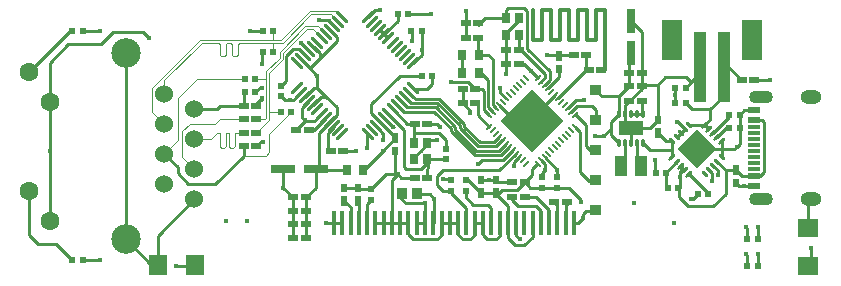
<source format=gtl>
G04 Layer: TopLayer*
G04 EasyEDA v6.5.42, 2024-04-05 21:14:17*
G04 bc7facbea1474263aa9722292a39cdb9,b9277fd2045942759ab1a28cc0c323af,10*
G04 Gerber Generator version 0.2*
G04 Scale: 100 percent, Rotated: No, Reflected: No *
G04 Dimensions in millimeters *
G04 leading zeros omitted , absolute positions ,4 integer and 5 decimal *
%FSLAX45Y45*%
%MOMM*%

%AMMACRO1*21,1,$1,$2,0,0,$3*%
%AMMACRO2*1,1,$1,$2,$3*1,1,$1,$4,$5*20,1,$1,$2,$3,$4,$5,0*%
%ADD10C,0.2540*%
%ADD11C,0.0900*%
%ADD12C,0.3500*%
%ADD13MACRO1,0.54X0.7901X-90.0000*%
%ADD14R,0.8000X0.8640*%
%ADD15R,0.3505X2.0000*%
%ADD16MACRO1,0.54X0.5656X90.0000*%
%ADD17MACRO1,0.54X0.7901X90.0000*%
%ADD18MACRO1,0.54X0.7901X0.0000*%
%ADD19R,0.5400X0.7901*%
%ADD20MACRO1,0.54X0.5656X0.0000*%
%ADD21R,0.5400X0.5657*%
%ADD22MACRO1,0.54X0.5656X-90.0000*%
%ADD23R,0.8000X2.0000*%
%ADD24R,2.0000X0.8000*%
%ADD25R,0.8000X0.9000*%
%ADD26MACRO1,1.728X1.485X90.0000*%
%ADD27MACRO1,1.728X1.485X0.0000*%
%ADD28R,1.7280X1.4850*%
%ADD29R,1.0000X6.0000*%
%ADD30R,1.8000X3.4000*%
%ADD31R,1.0000X1.7200*%
%ADD32MACRO2,0.27X-0.4349X0.4349X0.4349X-0.4349*%
%ADD33MACRO2,0.27X-0.4349X-0.4349X0.4349X0.4349*%
%ADD34MACRO1,0.2X0.665X-45.0000*%
%ADD35MACRO1,0.665X0.2X-45.0000*%
%ADD36MACRO1,0.665X0.2X-45.0015*%
%ADD37MACRO1,0.665X0.2X-44.9985*%
%ADD38MACRO1,0.2X0.665X-45.0051*%
%ADD39MACRO1,0.2X0.665X-44.9949*%
%ADD40MACRO1,3.8X3.8X-45.0000*%
%ADD41MACRO1,2.3X2.3X45.0000*%
%ADD42MACRO2,0.28X-0.1838X0.1838X0.1838X-0.1838*%
%ADD43MACRO2,0.28X-0.1838X-0.1838X0.1838X0.1838*%
%ADD44R,2.0000X1.2000*%
%ADD45O,0.2800096X0.7999984*%
%ADD46R,1.1000X0.5500*%
%ADD47R,1.1000X0.3000*%
%ADD48C,1.6000*%
%ADD49C,1.5240*%
%ADD50C,2.5000*%
%ADD51O,1.9999959999999999X1.0999978000000001*%
%ADD52O,1.7999964X1.1999976*%
%ADD53C,0.6096*%
%ADD54C,0.4500*%
%ADD55C,0.0150*%

%LPD*%
D10*
X4419269Y6989445D02*
G01*
X4488281Y7058456D01*
X4488281Y7105817D01*
X5202809Y7232497D02*
G01*
X5202809Y7247509D01*
X5312790Y7357490D01*
X5312790Y7372502D01*
X5609691Y5816600D02*
G01*
X5636257Y5790034D01*
X5636257Y5638800D01*
X7306282Y6033795D02*
G01*
X7354590Y6033795D01*
X7391400Y6070600D01*
X7391400Y6489700D01*
X7367290Y6513804D01*
X7306282Y6513804D01*
X5755792Y6580708D02*
G01*
X5804484Y6629400D01*
X5930900Y6629400D01*
X5969000Y6591300D01*
X5969000Y6515100D01*
X4064000Y5923381D02*
G01*
X4190949Y6050330D01*
X4287443Y6050330D01*
X3949700Y5934608D02*
G01*
X3960926Y5923381D01*
X4064000Y5923381D01*
X3835400Y5934608D02*
G01*
X3949700Y5934608D01*
X4064000Y5836818D02*
G01*
X4028440Y5801258D01*
X4028440Y5638800D01*
X3949700Y5825591D02*
G01*
X3957320Y5817971D01*
X3957320Y5638800D01*
X3835400Y5825591D02*
G01*
X3888740Y5772251D01*
X3888740Y5638800D01*
X3746500Y5638800D02*
G01*
X3683000Y5638800D01*
X3817620Y5638800D02*
G01*
X3746500Y5638800D01*
X4097020Y5638800D02*
G01*
X4376420Y5638800D01*
X4447540Y5638800D02*
G01*
X4518659Y5638800D01*
X5496559Y5638800D02*
G01*
X5496559Y5742939D01*
X5461000Y5778500D01*
X5308600Y5778500D01*
X5254091Y5833008D01*
X5254091Y5854700D01*
X5567679Y5638800D02*
G01*
X5567679Y5748020D01*
X5461000Y5854700D01*
X5363209Y5854700D01*
X5638800Y5938415D02*
G01*
X5732884Y5938415D01*
X5842000Y5829300D01*
X5842000Y5816600D01*
X5718708Y5816600D02*
G01*
X5718708Y5797445D01*
X5707385Y5786120D01*
X5707385Y5638800D01*
X5118100Y5889091D02*
G01*
X5118100Y5880100D01*
X5219700Y5778500D01*
X5217159Y5775960D01*
X5217159Y5638800D01*
X4991100Y5889091D02*
G01*
X5118100Y5889091D01*
X5118100Y5998108D02*
G01*
X5134508Y5981700D01*
X5254091Y5981700D01*
X5056723Y5998108D02*
G01*
X5118100Y5998108D01*
X4991100Y5998108D02*
G01*
X5056723Y5998108D01*
X4864100Y5913018D02*
G01*
X4864100Y5854700D01*
X4927600Y5791200D01*
X5054600Y5791200D01*
X5080000Y5765800D01*
X5077459Y5763260D01*
X5077459Y5638800D01*
X4737100Y5913018D02*
G01*
X4737100Y5892800D01*
X4866640Y5763260D01*
X4866640Y5638800D01*
X1338326Y6664960D02*
G01*
X1338326Y6989826D01*
X1498600Y7150100D01*
X1778000Y7150100D01*
X1879600Y7251700D01*
X2133600Y7251700D01*
X2184400Y7200900D01*
X5529503Y6806996D02*
G01*
X5575300Y6852793D01*
X5575300Y6921500D01*
X5384800Y7112000D01*
X5384800Y7429500D01*
X5359400Y7454900D01*
X5219700Y7454900D01*
X5202809Y7438009D01*
X5202809Y7372502D01*
X4373984Y7404100D02*
G01*
X4572000Y7404100D01*
X4965700Y6134100D02*
G01*
X5003800Y6172200D01*
X5177530Y6172200D01*
X5259735Y6254396D01*
X5363209Y5981700D02*
G01*
X5406390Y5938520D01*
X5511800Y5938520D01*
X4384040Y6741921D02*
G01*
X4436618Y6689344D01*
X4639056Y6689344D01*
X4851400Y6477000D01*
X4851400Y6449821D01*
X4980431Y6324600D01*
X5105400Y6324600D01*
X5146547Y6367526D01*
X5146598Y6637273D02*
G01*
X5281472Y6502400D01*
X5422900Y6502400D01*
X4427981Y6318504D02*
G01*
X4425695Y6477000D01*
X4425807Y6477000D02*
G01*
X4366031Y6477000D01*
X4242485Y6600545D01*
X4136390Y7272273D02*
G01*
X4171695Y7236968D01*
X4171695Y7236968D02*
G01*
X4207256Y7201662D01*
X4538218Y6178295D02*
G01*
X4538218Y6151118D01*
X4483100Y6096000D01*
X4356100Y6096000D01*
X4343400Y6108700D01*
X4343400Y6428994D01*
X4207256Y6565137D01*
X5901791Y6934200D02*
G01*
X5883808Y6952183D01*
X5883808Y7061200D01*
X4944008Y6654800D02*
G01*
X4965700Y6633108D01*
X4965700Y6548386D01*
X5061732Y6452362D01*
X5061711Y6552437D02*
G01*
X5016500Y6597650D01*
X5016500Y6756400D01*
X5003800Y6769100D01*
X4944109Y6769100D01*
X5090033Y6580708D02*
G01*
X5054600Y6616141D01*
X5054600Y6845300D01*
X4991100Y6908800D01*
X4972194Y6908800D01*
X5118303Y6609003D02*
G01*
X5092700Y6634606D01*
X5092700Y7023100D01*
X5054600Y7061200D01*
X4972210Y7061200D01*
X4832189Y6908800D02*
G01*
X4832205Y7061200D01*
X4972210Y7061200D02*
G01*
X4969408Y7064001D01*
X4969408Y7200900D01*
X5557776Y6778698D02*
G01*
X5651500Y6872424D01*
X5651500Y6943191D01*
X4171772Y7236942D02*
G01*
X4287418Y7352588D01*
X4287418Y7404100D01*
X3508908Y5511800D02*
G01*
X3508908Y5626100D01*
X3508908Y5626100D02*
G01*
X3508908Y5740400D01*
X3508908Y5740400D02*
G01*
X3508908Y5854700D01*
X3508908Y5854700D02*
G01*
X3591407Y5937199D01*
X3591407Y6096000D01*
X3591407Y6096000D02*
G01*
X3604107Y6083300D01*
X3854322Y6083300D01*
X3591306Y6096000D02*
G01*
X3619500Y6124194D01*
X3619500Y6401815D01*
X3712209Y6494526D01*
X3717391Y6248400D02*
G01*
X3695700Y6270091D01*
X3695700Y6400800D01*
X3747541Y6452641D01*
X3747541Y6459146D01*
X3534308Y6426200D02*
G01*
X3573170Y6426200D01*
X3676827Y6529857D01*
X3570731Y6636004D02*
G01*
X3640327Y6705600D01*
X3683000Y6705600D01*
X3771900Y6616700D01*
X3771900Y6553200D01*
X3712209Y6494526D01*
X3500043Y6706641D02*
G01*
X3575202Y6781800D01*
X3606800Y6781800D01*
X3683000Y6705600D01*
X3606800Y6883400D02*
G01*
X3606800Y6781800D01*
X3464681Y7024829D02*
G01*
X3606111Y6883400D01*
X3606800Y6883400D01*
X3632200Y7035800D02*
G01*
X3771900Y7175500D01*
X3771900Y7213600D01*
X3712209Y7272273D01*
X3464559Y7024878D02*
G01*
X3543300Y6946900D01*
X3632200Y7035800D01*
X3632200Y7073900D01*
X3575304Y7130795D01*
X3570731Y7130795D01*
X4538218Y6178295D02*
G01*
X4699000Y6179820D01*
X7781317Y5841286D02*
G01*
X7759700Y5819675D01*
X7759700Y5594857D01*
X6922442Y6434330D02*
G01*
X6887083Y6469682D01*
X6646677Y6363642D02*
G01*
X6682023Y6398971D01*
X6682023Y6398971D02*
G01*
X6717383Y6434353D01*
X6611317Y6193917D02*
G01*
X6611317Y6328282D01*
X7028482Y6328282D02*
G01*
X7028482Y6193917D01*
X6819900Y6261100D02*
G01*
X7028482Y6261100D01*
X6752716Y6469682D02*
G01*
X6887083Y6469682D01*
X6211056Y6558787D02*
G01*
X6211056Y6488937D01*
X6261100Y6438900D01*
X6261100Y6319012D02*
G01*
X6261100Y6438900D01*
X6331198Y6121400D02*
G01*
X6311143Y6141465D01*
X6311143Y6319012D01*
X6165601Y6121400D02*
G01*
X6211056Y6166865D01*
X6211056Y6319012D01*
X6361173Y6319012D02*
G01*
X6420754Y6259438D01*
X6611317Y6259438D01*
X6161026Y6319012D02*
G01*
X6096000Y6384038D01*
X6096000Y6493761D01*
X6161026Y6558787D01*
X6261100Y6558787D02*
G01*
X6311143Y6558787D01*
X6311143Y6558787D02*
G01*
X6361173Y6558787D01*
X6361173Y6558787D02*
G01*
X6353708Y6566253D01*
X6353708Y6667500D01*
X6211056Y6558787D02*
G01*
X6211056Y6633870D01*
X6244691Y6667500D01*
X6993148Y6363611D02*
G01*
X7068444Y6438900D01*
X7094115Y6438900D01*
X6957801Y6398971D02*
G01*
X7094118Y6535287D01*
X7094118Y6553200D01*
X6887083Y6469682D02*
G01*
X6934200Y6516799D01*
X6934200Y6604000D01*
X7046701Y6716496D01*
X7046701Y6958253D01*
X6636915Y6718726D02*
G01*
X6636915Y6781800D01*
X6636915Y6654800D02*
G01*
X6636915Y6718726D01*
X6934200Y6604000D02*
G01*
X6774284Y6604000D01*
X6723484Y6654800D01*
X6769524Y6827840D02*
G01*
X6846702Y6905017D01*
X6846702Y6958253D01*
X6723484Y6781800D02*
G01*
X6769524Y6827840D01*
X6586115Y5930900D02*
G01*
X6558384Y5958636D01*
X6558384Y6057900D01*
X6558384Y6057900D02*
G01*
X6558384Y6070264D01*
X6646677Y6158557D01*
X6672684Y6025779D02*
G01*
X6672684Y5930900D01*
X6682023Y6123203D02*
G01*
X6700527Y6104712D01*
X6672684Y6076868D01*
X6672684Y6025779D01*
X6993148Y6158588D02*
G01*
X7064735Y6087008D01*
X7150100Y6087008D01*
X7150100Y6087008D02*
G01*
X7203318Y6033795D01*
X7306282Y6033795D01*
X6946900Y5994400D02*
G01*
X6946900Y6063411D01*
X6922442Y6087869D01*
X6997700Y6045200D02*
G01*
X6997700Y6083300D01*
X6957801Y6123203D01*
X6672684Y5930900D02*
G01*
X6667500Y5925715D01*
X6667500Y5854700D01*
X6743700Y5778500D01*
X6959600Y5778500D01*
X7064735Y5883628D01*
X7064735Y6087008D01*
D11*
X3230981Y7264400D02*
G01*
X3227250Y7260668D01*
X3227250Y7188200D01*
X3230879Y7086600D02*
G01*
X3231895Y7162800D01*
D10*
X2565400Y6604000D02*
G01*
X2755900Y6604000D01*
X2781300Y6629400D01*
X2980690Y6629400D01*
X2992018Y6743700D02*
G01*
X2980791Y6732473D01*
X2980791Y6629400D01*
X2311400Y6222974D02*
G01*
X2425700Y6108674D01*
X2425700Y6057900D01*
X2514600Y5969000D01*
X2743200Y5969000D01*
X2980791Y6206591D01*
X2980791Y6286500D01*
X1981454Y7073900D02*
G01*
X1981454Y5499100D01*
X1981377Y5498998D02*
G01*
X2197176Y5283200D01*
X2253741Y5283200D01*
X2565400Y5841974D02*
G01*
X2253741Y5530316D01*
X2253741Y5283200D01*
X5642632Y6693867D02*
G01*
X5882965Y6934200D01*
X5901791Y6934200D01*
X3399891Y5854700D02*
G01*
X3399891Y5740400D01*
X3399891Y5740400D02*
G01*
X3399891Y5626100D01*
X3399891Y5626100D02*
G01*
X3399891Y5511800D01*
X3317392Y5937199D02*
G01*
X3317392Y5937199D01*
X3317392Y6096000D01*
X3399891Y5854700D02*
G01*
X3317392Y5937199D01*
X3500043Y7060158D02*
G01*
X3448202Y7112000D01*
X3403600Y7112000D01*
X3341090Y7049490D01*
X3341090Y6838772D01*
X3302000Y6799681D01*
X5363108Y5981700D02*
G01*
X5422900Y6041491D01*
X5422900Y6096000D01*
X5468137Y6141237D01*
X5472938Y6141237D01*
X5537200Y6083300D02*
G01*
X5537200Y6083300D01*
X5511800Y6057900D01*
X5511800Y6024981D01*
X5501208Y6169507D02*
G01*
X5537200Y6133515D01*
X5537200Y6083300D01*
X5638800Y6088506D02*
G01*
X5638800Y6088506D01*
X5638800Y6024981D01*
X5529503Y6197803D02*
G01*
X5638800Y6088506D01*
X4537709Y6019800D02*
G01*
X4538218Y6178295D01*
X4136443Y6494500D02*
G01*
X4267200Y6363741D01*
X4267200Y6353708D01*
D11*
X3078479Y6858000D02*
G01*
X3173984Y6858508D01*
X3296920Y6578600D02*
G01*
X3200400Y6576568D01*
X2311400Y6222974D02*
G01*
X2425700Y6337274D01*
X2425700Y6692900D01*
X2590800Y6858000D01*
X2992018Y6858000D01*
X3383381Y6578600D02*
G01*
X3200400Y6395618D01*
X3200400Y6235700D01*
X3171291Y6206591D01*
X2980791Y6206591D01*
D10*
X1338402Y6247262D02*
G01*
X1338402Y5653989D01*
X1338402Y6664985D02*
G01*
X1338402Y6247262D01*
X1168400Y6918985D02*
G01*
X1513814Y7264400D01*
X1531518Y7264400D01*
X7239000Y5600700D02*
G01*
X7246518Y5593181D01*
X7246518Y5499100D01*
X7239000Y5372100D02*
G01*
X7246518Y5364581D01*
X7246518Y5270500D01*
X7333081Y5270500D02*
G01*
X7340600Y5278018D01*
X7340600Y5372100D01*
X7333081Y5499100D02*
G01*
X7340600Y5506618D01*
X7340600Y5600700D01*
X6717385Y6434353D02*
G01*
X6662038Y6489700D01*
X6654800Y6489700D01*
X5312918Y7232395D02*
G01*
X5312409Y7099300D01*
X5411274Y6925251D02*
G01*
X5472938Y6863587D01*
X5312409Y6985000D02*
G01*
X5351525Y6985000D01*
X5411274Y6925251D01*
X5312409Y7099300D02*
G01*
X5334000Y7099300D01*
X5537200Y6896100D01*
X5537200Y6870700D01*
X5501131Y6835139D01*
X4969408Y7315200D02*
G01*
X5026710Y7372502D01*
X5202809Y7372502D01*
X4313174Y6671310D02*
G01*
X4367784Y6616700D01*
X4610100Y6616700D01*
X4775200Y6451600D01*
X4775200Y6426200D01*
X4953000Y6248400D01*
X5140706Y6248400D01*
X5203190Y6310884D01*
X4348479Y6706615D02*
G01*
X4400295Y6654800D01*
X4622800Y6654800D01*
X4813300Y6464300D01*
X4813300Y6438900D01*
X4965700Y6286500D01*
X5118100Y6286500D01*
X5170931Y6339331D01*
X5174995Y6339331D01*
X5651500Y7052208D02*
G01*
X5660491Y7061200D01*
X5774791Y7061200D01*
X5651500Y7052208D02*
G01*
X5642508Y7061200D01*
X5549900Y7061200D01*
X3747541Y7307656D02*
G01*
X3701897Y7353300D01*
X3619500Y7353300D01*
X3535400Y7095543D02*
G01*
X3468141Y7162800D01*
X3467100Y7162800D01*
X3371283Y6680200D02*
G01*
X3403600Y6680200D01*
X3464559Y6741921D01*
X3302000Y6713220D02*
G01*
X3335020Y6680200D01*
X3371283Y6680200D01*
X3089808Y6629400D02*
G01*
X3089808Y6645808D01*
X3136900Y6692900D01*
X3136900Y6680200D01*
X7180681Y6553200D02*
G01*
X7180684Y6553197D01*
X7180684Y6438900D01*
X7180681Y6553200D02*
G01*
X7221268Y6593786D01*
X7306282Y6593786D01*
X7215535Y5953785D02*
G01*
X7306284Y5953785D01*
X7150100Y5977991D02*
G01*
X7174306Y5953785D01*
X7215535Y5953785D01*
X6827418Y5880100D02*
G01*
X6789318Y5842000D01*
X6769100Y5842000D01*
X6752716Y6052515D02*
G01*
X6913981Y5891250D01*
X6913981Y5880100D01*
X7161253Y6284953D02*
G01*
X7180681Y6304381D01*
X7180681Y6438900D01*
X7028482Y6257871D02*
G01*
X7031710Y6261100D01*
X7137400Y6261100D01*
X7161253Y6284953D01*
X6489700Y6506108D02*
G01*
X6489700Y6807200D01*
X6553200Y6870700D01*
X6731000Y6870700D01*
X6769524Y6832175D01*
X6769524Y6827840D01*
X6261100Y6438900D02*
G01*
X6422491Y6438900D01*
X6489700Y6506108D01*
X6489700Y6397091D02*
G01*
X6558508Y6328282D01*
X6611315Y6328282D01*
X5511800Y5938418D02*
G01*
X5638800Y5938418D01*
X6096000Y6441727D02*
G01*
X6029672Y6375400D01*
X6029672Y6375400D02*
G01*
X6029672Y6375400D01*
X5956300Y6375400D01*
X4426717Y6406250D02*
G01*
X4432167Y6400800D01*
X4635500Y6400800D01*
X4699000Y6337300D01*
X4699000Y6266281D01*
X4428109Y6178397D02*
G01*
X4428109Y6193409D01*
X4483100Y6248400D01*
X4483100Y6248400D02*
G01*
X4538090Y6303390D01*
X4538090Y6318402D01*
X4287456Y6050343D02*
G01*
X4318000Y6019800D01*
X4428591Y6019800D01*
X4267200Y6244691D02*
G01*
X4267200Y6070600D01*
X4287456Y6050343D01*
X4171772Y6529857D02*
G01*
X4250029Y6451600D01*
X4254500Y6451600D01*
X4538090Y6318404D02*
G01*
X4556986Y6337300D01*
X4622800Y6337300D01*
X4537709Y6477000D02*
G01*
X4622800Y6477000D01*
X4648200Y6451600D01*
X4834991Y6654800D02*
G01*
X4834991Y6769100D01*
X4834991Y6654800D02*
G01*
X4902200Y6587591D01*
X4902200Y6565900D01*
X3144415Y7264400D02*
G01*
X3035300Y7264400D01*
X3078581Y6743700D02*
G01*
X3116681Y6781800D01*
X3136900Y6781800D01*
X3089808Y6286500D02*
G01*
X3127908Y6324600D01*
X3149600Y6324600D01*
X3425190Y6426200D02*
G01*
X3501390Y6502400D01*
X3578606Y6502400D01*
X3641343Y6565137D01*
X3535400Y6671259D02*
G01*
X3479800Y6615658D01*
X3479800Y6527800D01*
X3501390Y6506210D01*
X3501390Y6502400D01*
X4030370Y7378369D02*
G01*
X4094200Y7442200D01*
X4140200Y7442200D01*
X4401718Y7264400D02*
G01*
X4406900Y7259218D01*
X4406900Y7175500D01*
X5203291Y6985000D02*
G01*
X5203291Y7099300D01*
X5203190Y7099300D02*
G01*
X5202681Y7232395D01*
X4860391Y7200900D02*
G01*
X4860391Y7315200D01*
X4860391Y7315200D02*
G01*
X4864100Y7318908D01*
X4864100Y7429500D01*
X5203291Y6985000D02*
G01*
X5207000Y6981291D01*
X5207000Y6896100D01*
X6244691Y6667500D02*
G01*
X6353708Y6776516D01*
X6353708Y6794500D01*
X6353708Y6794500D02*
G01*
X6353708Y6908800D01*
X6261100Y7350607D02*
G01*
X6353708Y7257999D01*
X6353708Y6908800D01*
X6353708Y6794500D02*
G01*
X6366408Y6807200D01*
X6489700Y6807200D01*
X6261100Y7076592D02*
G01*
X6244691Y7060184D01*
X6244691Y6908800D01*
X6244691Y6908800D02*
G01*
X6244691Y6794500D01*
X6244691Y6794500D02*
G01*
X6161024Y6710832D01*
X6161024Y6558787D01*
X7197191Y6845300D02*
G01*
X7084237Y6958253D01*
X7046696Y6958253D01*
X7306208Y6845300D02*
G01*
X7442200Y6845300D01*
X7759700Y5276342D02*
G01*
X7785100Y5301742D01*
X7785100Y5422900D01*
X4162463Y6248976D02*
G01*
X3996786Y6083300D01*
X3994302Y6083300D01*
X4267200Y6353708D02*
G01*
X4162465Y6248974D01*
X3826408Y6248400D02*
G01*
X3937000Y6248400D01*
X4419269Y6777329D02*
G01*
X4427499Y6769100D01*
X4533900Y6769100D01*
X4577181Y6812381D01*
X4577181Y6883400D01*
X4490720Y6883400D02*
G01*
X4305300Y6883400D01*
X4064000Y6642100D01*
X4064000Y6565900D01*
X4136390Y6494526D01*
X4944008Y6769100D02*
G01*
X4880508Y6832600D01*
X4737100Y6832600D01*
X4101058Y6459146D02*
G01*
X4165600Y6394604D01*
X4165600Y6337300D01*
X1765300Y7264400D02*
G01*
X1618081Y7264400D01*
X1765300Y5321300D02*
G01*
X1618081Y5321300D01*
X5727501Y6609003D02*
G01*
X5798698Y6680200D01*
X5867400Y6680200D01*
X6471815Y6057900D02*
G01*
X6464300Y6065415D01*
X6464300Y6172200D01*
X5614365Y6722135D02*
G01*
X5465318Y6573088D01*
X5422900Y6573088D01*
X5203164Y6693865D02*
G01*
X5156200Y6740829D01*
X5156200Y6781800D01*
X2572258Y5283200D02*
G01*
X2559558Y5270500D01*
X2413000Y5270500D01*
X1168400Y5908039D02*
G01*
X1168400Y5537200D01*
X1244600Y5461000D01*
X1391920Y5461000D01*
X1531620Y5321300D01*
X4277868Y6636004D02*
G01*
X4335272Y6578600D01*
X4597400Y6578600D01*
X4737100Y6438900D01*
X4737100Y6413500D01*
X4940300Y6210300D01*
X5158993Y6210300D01*
X5231384Y6282689D01*
X4030472Y6388354D02*
G01*
X4025900Y6388354D01*
X4025900Y6273800D01*
D11*
X2311400Y6477000D02*
G01*
X2209800Y6578600D01*
X2209800Y6781800D01*
X2616200Y7188200D01*
X3302000Y7188200D01*
X3543300Y7429500D01*
X3759200Y7429500D01*
X3810254Y7378445D01*
X3818127Y7378445D01*
X2768345Y7162800D02*
G01*
X2781300Y7149845D01*
X2781300Y7061200D01*
X2794000Y7048500D01*
X2819400Y7048500D01*
X2832100Y7064247D01*
X2832100Y7150100D01*
X2844800Y7162800D01*
X2870200Y7162800D01*
X2882900Y7150100D01*
X2882900Y7063486D01*
X2895600Y7048500D01*
X2921000Y7048500D01*
X2933700Y7063231D01*
X2933700Y7150100D01*
X2947415Y7162800D01*
X2311400Y6731000D02*
G01*
X2311400Y6845300D01*
X2628900Y7162800D01*
X2768351Y7162800D01*
X2947415Y7162800D02*
G01*
X3314700Y7162800D01*
X3556000Y7404100D01*
X3721100Y7404100D01*
X3782827Y7342888D01*
X2565400Y6096000D02*
G01*
X2463800Y6197600D01*
X2463800Y6413500D01*
X2527300Y6477000D01*
X2743200Y6477000D01*
X2781300Y6515100D01*
X2980690Y6515100D01*
X2565400Y6350000D02*
G01*
X2705100Y6350000D01*
X2755900Y6400800D01*
X2781300Y6400800D01*
X2781300Y6388862D01*
X2781300Y6287262D01*
X2794000Y6273800D01*
X2819400Y6273800D01*
X2832100Y6286500D01*
X2832100Y6400800D01*
X2857754Y6400800D01*
X2857500Y6286500D01*
X2870200Y6273800D01*
X2895600Y6273800D01*
X2908300Y6286500D01*
X2908300Y6400800D01*
X2980690Y6400800D01*
X3089909Y6400800D02*
G01*
X3200400Y6511289D01*
X3200400Y6908800D01*
X3314700Y7023100D01*
X3314700Y7073900D01*
X3517900Y7277100D01*
X3568700Y7277100D01*
X3641343Y7204455D01*
X3641343Y7201662D01*
X3676904Y7236968D02*
G01*
X3611372Y7302500D01*
X3505200Y7302500D01*
X3289300Y7086600D01*
X3289300Y7035800D01*
X3175000Y6921500D01*
X3175000Y6527800D01*
X3162300Y6515100D01*
X3089909Y6515100D01*
D10*
X4236720Y5638800D02*
G01*
X4236720Y5999606D01*
X4287443Y6050330D01*
X4658359Y5638800D02*
G01*
X4798059Y5638800D01*
X4937759Y5638800D02*
G01*
X5006340Y5638800D01*
X5778500Y5638800D02*
G01*
X5816600Y5638800D01*
X5854700Y5676900D01*
X5217159Y5638800D02*
G01*
X5217159Y5514339D01*
X5283200Y5448300D01*
X5359400Y5448300D01*
X5427979Y5516879D01*
X5427979Y5638800D01*
X5288285Y5638800D02*
G01*
X5288285Y5532114D01*
X5321300Y5499100D01*
X4518657Y5638800D02*
G01*
X4521200Y5641342D01*
X4521200Y5803900D01*
X4864100Y5999479D02*
G01*
X4880609Y5999479D01*
X4991100Y5888989D01*
X5118100Y5889091D02*
G01*
X5139791Y5889091D01*
X5168900Y5918200D01*
X5299608Y5918200D01*
X5363108Y5981700D01*
X5288025Y6226047D02*
G01*
X5145277Y6083300D01*
X4673600Y6083300D01*
X4622800Y6032500D01*
X4622800Y5956300D01*
X4665979Y5913120D01*
X4737100Y5913120D01*
X4587240Y5638800D02*
G01*
X4597400Y5638800D01*
X4597400Y5842000D01*
X4737100Y5999584D02*
G01*
X4729584Y6007100D01*
X4673600Y6007100D01*
X6161024Y6710832D02*
G01*
X6014567Y6710832D01*
X5969000Y6756400D01*
X4658359Y5638800D02*
G01*
X4658359Y5534660D01*
X4622800Y5499100D01*
X4419600Y5499100D01*
X4376420Y5542279D01*
X4376420Y5638800D01*
X4937759Y5638800D02*
G01*
X4937759Y5534660D01*
X4902200Y5499100D01*
X4838700Y5499100D01*
X4798059Y5539739D01*
X4798059Y5638800D01*
X5148579Y5638800D02*
G01*
X5148579Y5529579D01*
X5118100Y5499100D01*
X5041900Y5499100D01*
X5006340Y5534660D01*
X5006340Y5638800D01*
X5854700Y5676900D02*
G01*
X5854700Y5715000D01*
X5880100Y5740400D01*
X5930900Y5740400D01*
X5969000Y5753100D01*
X4597400Y5842000D02*
G01*
X4559300Y5880100D01*
X4445000Y5880100D01*
X4521200Y5803900D02*
G01*
X4356100Y5803900D01*
X4318000Y5842000D01*
X4318000Y5880100D01*
X5784037Y6552437D02*
G01*
X5791961Y6552437D01*
X5880100Y6464300D01*
X5880100Y6286500D01*
X5912611Y6253987D01*
X5961888Y6253987D01*
X5969000Y6261100D01*
X5784088Y6452362D02*
G01*
X5829300Y6407150D01*
X5829300Y6070600D01*
X5905500Y5994400D01*
X5969000Y5994400D01*
X3136900Y6985000D02*
G01*
X3136900Y7086600D01*
X3144520Y7086600D01*
D12*
X5435600Y7442200D02*
G01*
X5435600Y7188200D01*
X5511800Y7188200D01*
X5511800Y7442200D01*
X5588000Y7442200D01*
X5588000Y7188200D01*
X5664200Y7188200D01*
X5664200Y7442200D01*
X5740400Y7442200D01*
X5740400Y7188200D01*
X5816600Y7188200D01*
X5816600Y7442200D01*
X5892800Y7442200D01*
X5892800Y7188200D01*
X5969000Y7188200D01*
X5969000Y7442200D01*
X6045200Y7442200D01*
X6045200Y6934200D01*
X6010909Y6934200D01*
D10*
X5316296Y6197803D02*
G01*
X5270500Y6152006D01*
X5270500Y6121400D01*
X4488281Y7105817D02*
G01*
X4488281Y7264400D01*
D13*
G01*
X4860394Y7327900D03*
G01*
X4969405Y7327900D03*
G01*
X5203294Y7099300D03*
G01*
X5312305Y7099300D03*
D14*
G01*
X3994302Y6083274D03*
G01*
X3854297Y6083274D03*
D15*
G01*
X5778500Y5638800D03*
G01*
X5707379Y5638800D03*
G01*
X5636259Y5638800D03*
G01*
X5567679Y5638800D03*
G01*
X5496559Y5638800D03*
G01*
X5427979Y5638800D03*
G01*
X5356859Y5638800D03*
G01*
X5288279Y5638800D03*
G01*
X5217159Y5638800D03*
G01*
X5148579Y5638800D03*
G01*
X5077459Y5638800D03*
G01*
X5006340Y5638800D03*
G01*
X4937759Y5638800D03*
G01*
X4866640Y5638800D03*
G01*
X4798059Y5638800D03*
G01*
X4726940Y5638800D03*
G01*
X4658359Y5638800D03*
G01*
X4587240Y5638800D03*
G01*
X4518659Y5638800D03*
G01*
X4447540Y5638800D03*
G01*
X4376420Y5638800D03*
G01*
X4307840Y5638800D03*
G01*
X4236720Y5638800D03*
G01*
X4168140Y5638800D03*
G01*
X4097020Y5638800D03*
G01*
X4028440Y5638800D03*
G01*
X3957320Y5638800D03*
G01*
X3888740Y5638800D03*
G01*
X3817620Y5638800D03*
G01*
X3746500Y5638800D03*
D16*
G01*
X6659982Y5930900D03*
G01*
X6573417Y5930900D03*
D17*
G01*
X5718705Y5816600D03*
G01*
X5609694Y5816600D03*
D13*
G01*
X5254094Y5854700D03*
G01*
X5363105Y5854700D03*
D18*
G01*
X5118100Y5889094D03*
D19*
G01*
X5118100Y5998108D03*
D18*
G01*
X4991100Y5889094D03*
D19*
G01*
X4991100Y5998108D03*
D18*
G01*
X3949700Y5825594D03*
D19*
G01*
X3949700Y5934608D03*
D18*
G01*
X3835400Y5825594D03*
D19*
G01*
X3835400Y5934608D03*
D18*
G01*
X4267200Y6353705D03*
D19*
G01*
X4267200Y6244691D03*
D13*
G01*
X3425294Y6426200D03*
G01*
X3534305Y6426200D03*
D17*
G01*
X3826405Y6248400D03*
G01*
X3717394Y6248400D03*
G01*
X4537605Y6019800D03*
G01*
X4428594Y6019800D03*
D13*
G01*
X4428594Y6477000D03*
G01*
X4537605Y6477000D03*
G01*
X3399894Y5854700D03*
G01*
X3508905Y5854700D03*
G01*
X3399894Y5740400D03*
G01*
X3508905Y5740400D03*
G01*
X3399894Y5626100D03*
G01*
X3508905Y5626100D03*
G01*
X3399894Y5511800D03*
G01*
X3508905Y5511800D03*
D17*
G01*
X3089805Y6400800D03*
G01*
X2980794Y6400800D03*
G01*
X3089805Y6515100D03*
G01*
X2980794Y6515100D03*
D13*
G01*
X2980794Y6286500D03*
G01*
X3089805Y6286500D03*
D17*
G01*
X5363105Y5981700D03*
G01*
X5254094Y5981700D03*
D13*
G01*
X5203294Y6985000D03*
G01*
X5312305Y6985000D03*
D17*
G01*
X4944005Y6654800D03*
G01*
X4834994Y6654800D03*
G01*
X4944005Y6769100D03*
G01*
X4834994Y6769100D03*
G01*
X4969405Y7200900D03*
G01*
X4860394Y7200900D03*
G01*
X5883805Y7061200D03*
G01*
X5774794Y7061200D03*
D18*
G01*
X5651500Y7052205D03*
D19*
G01*
X5651500Y6943191D03*
D18*
G01*
X7150100Y6087005D03*
D19*
G01*
X7150100Y5977991D03*
D13*
G01*
X7197194Y6845300D03*
G01*
X7306205Y6845300D03*
D18*
G01*
X6489700Y6397094D03*
D19*
G01*
X6489700Y6506108D03*
D17*
G01*
X6353705Y6667500D03*
G01*
X6244694Y6667500D03*
D13*
G01*
X6244694Y6794500D03*
G01*
X6353705Y6794500D03*
G01*
X6244694Y6908800D03*
G01*
X6353705Y6908800D03*
G01*
X2980794Y6629400D03*
G01*
X3089805Y6629400D03*
D20*
G01*
X4864100Y5913017D03*
D21*
G01*
X4864100Y5999581D03*
D20*
G01*
X4737100Y5913017D03*
D21*
G01*
X4737100Y5999581D03*
D20*
G01*
X4064000Y5836817D03*
D21*
G01*
X4064000Y5923381D03*
D22*
G01*
X1531517Y7264400D03*
G01*
X1618082Y7264400D03*
D16*
G01*
X1618082Y5321300D03*
G01*
X1531517Y5321300D03*
G01*
X4373982Y7404100D03*
G01*
X4287417Y7404100D03*
D22*
G01*
X4490617Y6883400D03*
G01*
X4577182Y6883400D03*
D20*
G01*
X4699000Y6266282D03*
D21*
G01*
X4699000Y6179718D03*
D20*
G01*
X3302000Y6799682D03*
D21*
G01*
X3302000Y6713118D03*
D16*
G01*
X3230982Y7086600D03*
G01*
X3144417Y7086600D03*
G01*
X3230982Y7264400D03*
G01*
X3144417Y7264400D03*
G01*
X3078582Y6858000D03*
G01*
X2992017Y6858000D03*
D22*
G01*
X3296817Y6578600D03*
G01*
X3383382Y6578600D03*
D20*
G01*
X5511800Y5938417D03*
D21*
G01*
X5511800Y6024981D03*
D16*
G01*
X7180682Y6438900D03*
G01*
X7094117Y6438900D03*
G01*
X6913982Y5880100D03*
G01*
X6827417Y5880100D03*
G01*
X6723482Y6654800D03*
G01*
X6636917Y6654800D03*
G01*
X7180682Y6553200D03*
G01*
X7094117Y6553200D03*
D22*
G01*
X7246517Y5270500D03*
G01*
X7333082Y5270500D03*
G01*
X6636917Y6781800D03*
G01*
X6723482Y6781800D03*
D16*
G01*
X6558382Y6057900D03*
G01*
X6471817Y6057900D03*
D20*
G01*
X5638800Y5938417D03*
D21*
G01*
X5638800Y6024981D03*
D22*
G01*
X7246517Y5499100D03*
G01*
X7333082Y5499100D03*
G01*
X2992017Y6743700D03*
G01*
X3078582Y6743700D03*
D17*
G01*
X6010805Y6934200D03*
G01*
X5901794Y6934200D03*
D16*
G01*
X4488282Y7264400D03*
G01*
X4401717Y7264400D03*
D23*
G01*
X6261100Y7076592D03*
G01*
X6261100Y7350607D03*
D24*
G01*
X3591407Y6096000D03*
G01*
X3317392Y6096000D03*
D25*
G01*
X5202809Y7232497D03*
G01*
X5312790Y7232497D03*
G01*
X5312790Y7372502D03*
G01*
X5202809Y7372502D03*
D26*
G01*
X2572250Y5283200D03*
G01*
X2253749Y5283200D03*
D27*
G01*
X7759700Y5276349D03*
D28*
G01*
X7759700Y5594857D03*
D29*
G01*
X7046696Y6958253D03*
G01*
X6846697Y6958253D03*
D30*
G01*
X7281900Y7189546D03*
G01*
X6611899Y7189546D03*
D14*
G01*
X4972202Y6908774D03*
G01*
X4832197Y6908774D03*
G01*
X4832197Y7061200D03*
G01*
X4972202Y7061200D03*
D31*
G01*
X6178295Y6121400D03*
G01*
X6343904Y6121400D03*
D32*
G01*
X3818229Y7378369D03*
G01*
X3782872Y7343013D03*
G01*
X3747541Y7307656D03*
G01*
X3712159Y7272299D03*
G01*
X3676827Y7236942D03*
G01*
X3641445Y7201585D03*
G01*
X3606114Y7166228D03*
G01*
X3570757Y7130872D03*
G01*
X3535400Y7095540D03*
G01*
X3500043Y7060158D03*
G01*
X3464687Y7024827D03*
G01*
X3429330Y6989444D03*
D33*
G01*
X3429330Y6777329D03*
G01*
X3464687Y6741972D03*
G01*
X3500043Y6706641D03*
G01*
X3535400Y6671259D03*
G01*
X3570757Y6635927D03*
G01*
X3606114Y6600545D03*
G01*
X3641445Y6565214D03*
G01*
X3676827Y6529857D03*
G01*
X3712159Y6494500D03*
G01*
X3747541Y6459143D03*
G01*
X3782872Y6423787D03*
G01*
X3818229Y6388430D03*
D32*
G01*
X4030370Y6388430D03*
G01*
X4065727Y6423787D03*
G01*
X4101058Y6459143D03*
G01*
X4136440Y6494500D03*
G01*
X4171772Y6529857D03*
G01*
X4207154Y6565214D03*
G01*
X4242485Y6600545D03*
G01*
X4277842Y6635927D03*
G01*
X4313199Y6671259D03*
G01*
X4348556Y6706641D03*
G01*
X4383912Y6741972D03*
G01*
X4419269Y6777329D03*
D33*
G01*
X4419269Y6989444D03*
G01*
X4383912Y7024827D03*
G01*
X4348556Y7060158D03*
G01*
X4313199Y7095540D03*
G01*
X4277842Y7130872D03*
G01*
X4242485Y7166228D03*
G01*
X4207154Y7201585D03*
G01*
X4171772Y7236942D03*
G01*
X4136440Y7272299D03*
G01*
X4101058Y7307656D03*
G01*
X4065727Y7343013D03*
G01*
X4030370Y7378369D03*
D34*
G01*
X5061748Y6452360D03*
G01*
X5090019Y6424091D03*
G01*
X5118307Y6395803D03*
G01*
X5146594Y6367515D03*
G01*
X5174882Y6339227D03*
G01*
X5203170Y6310939D03*
G01*
X5231441Y6282669D03*
G01*
X5259726Y6254382D03*
G01*
X5288014Y6226094D03*
G01*
X5316302Y6197807D03*
G01*
X5344590Y6169519D03*
G01*
X5372860Y6141248D03*
D35*
G01*
X5472939Y6141248D03*
D36*
G01*
X5501209Y6169519D03*
G01*
X5529497Y6197807D03*
G01*
X5557785Y6226094D03*
G01*
X5586073Y6254382D03*
D37*
G01*
X5614358Y6282669D03*
G01*
X5642629Y6310939D03*
D35*
G01*
X5670917Y6339227D03*
G01*
X5699205Y6367515D03*
G01*
X5727492Y6395803D03*
G01*
X5755780Y6424091D03*
G01*
X5784051Y6452360D03*
D34*
G01*
X5784048Y6552436D03*
G01*
X5755778Y6580706D03*
G01*
X5727490Y6608994D03*
G01*
X5699202Y6637282D03*
D38*
G01*
X5670917Y6665570D03*
D34*
G01*
X5642629Y6693857D03*
G01*
X5614358Y6722127D03*
D39*
G01*
X5586070Y6750415D03*
D34*
G01*
X5557782Y6778703D03*
G01*
X5529494Y6806991D03*
G01*
X5501206Y6835279D03*
G01*
X5472936Y6863548D03*
D35*
G01*
X5372863Y6863548D03*
G01*
X5344593Y6835279D03*
G01*
X5316305Y6806991D03*
G01*
X5288017Y6778703D03*
D37*
G01*
X5259729Y6750415D03*
G01*
X5231441Y6722127D03*
G01*
X5203170Y6693857D03*
D35*
G01*
X5174882Y6665570D03*
D36*
G01*
X5146597Y6637282D03*
G01*
X5118309Y6608994D03*
G01*
X5090021Y6580706D03*
D35*
G01*
X5061751Y6552436D03*
D40*
G01*
X5422900Y6502400D03*
D41*
G01*
X6819900Y6261100D03*
D42*
G01*
X6611315Y6328283D03*
G01*
X6646671Y6363639D03*
G01*
X6682028Y6398971D03*
G01*
X6717385Y6434353D03*
G01*
X6752717Y6469684D03*
D43*
G01*
X6887083Y6469684D03*
G01*
X6922439Y6434327D03*
G01*
X6957796Y6398971D03*
G01*
X6993153Y6363614D03*
G01*
X7028484Y6328283D03*
D42*
G01*
X7028484Y6193916D03*
G01*
X6993153Y6158585D03*
G01*
X6957796Y6123203D03*
G01*
X6922439Y6087872D03*
G01*
X6887083Y6052515D03*
D43*
G01*
X6752717Y6052515D03*
G01*
X6717385Y6087846D03*
G01*
X6682028Y6123203D03*
G01*
X6646671Y6158560D03*
G01*
X6611315Y6193916D03*
D44*
G01*
X6261100Y6438900D03*
D45*
G01*
X6161024Y6558787D03*
G01*
X6211061Y6558787D03*
G01*
X6261100Y6558787D03*
G01*
X6311138Y6558787D03*
G01*
X6361175Y6558787D03*
G01*
X6361175Y6319012D03*
G01*
X6311138Y6319012D03*
G01*
X6261100Y6319012D03*
G01*
X6211061Y6319012D03*
G01*
X6161024Y6319012D03*
D46*
G01*
X7306284Y5953785D03*
G01*
X7306284Y6033795D03*
D47*
G01*
X7306284Y6098794D03*
G01*
X7306284Y6148806D03*
G01*
X7306284Y6198793D03*
G01*
X7306284Y6248780D03*
G01*
X7306284Y6298793D03*
G01*
X7306284Y6348780D03*
G01*
X7306284Y6398793D03*
G01*
X7306284Y6448805D03*
D46*
G01*
X7306284Y6513804D03*
G01*
X7306284Y6593789D03*
D25*
G01*
X4538090Y6318402D03*
G01*
X4428109Y6318402D03*
G01*
X4428109Y6178397D03*
G01*
X4538090Y6178397D03*
G36*
X5918200Y6807200D02*
G01*
X6007100Y6807200D01*
X6007100Y6718300D01*
X5918200Y6718300D01*
G37*
G36*
X5918200Y6553200D02*
G01*
X6007100Y6553200D01*
X6007100Y6464300D01*
X5918200Y6464300D01*
G37*
G36*
X5918200Y6299200D02*
G01*
X6007100Y6299200D01*
X6007100Y6210300D01*
X5918200Y6210300D01*
G37*
G36*
X5918200Y6045200D02*
G01*
X6007100Y6045200D01*
X6007100Y5956300D01*
X5918200Y5956300D01*
G37*
G36*
X5918200Y5791200D02*
G01*
X6007100Y5791200D01*
X6007100Y5702300D01*
X5918200Y5702300D01*
G37*
G36*
X4279900Y5930900D02*
G01*
X4368800Y5930900D01*
X4368800Y5842000D01*
X4279900Y5842000D01*
G37*
G36*
X4406900Y5930900D02*
G01*
X4495800Y5930900D01*
X4495800Y5842000D01*
X4406900Y5842000D01*
G37*
D48*
G01*
X1168400Y5907989D03*
G01*
X1338402Y5653989D03*
G01*
X1168400Y6918985D03*
G01*
X1338402Y6664985D03*
D49*
G01*
X2311400Y6730974D03*
G01*
X2565400Y6603974D03*
G01*
X2311400Y6476974D03*
G01*
X2565400Y6349974D03*
G01*
X2311400Y6222974D03*
G01*
X2565400Y6095974D03*
G01*
X2311400Y5968974D03*
G01*
X2565400Y5841974D03*
D50*
G01*
X1981403Y7074001D03*
G01*
X1981377Y5498998D03*
D51*
G01*
X7361300Y5841288D03*
G01*
X7361300Y6706285D03*
D52*
G01*
X7781315Y5841288D03*
G01*
X7781315Y6706285D03*
D53*
G01*
X5422900Y6573088D03*
G01*
X5493613Y6502374D03*
G01*
X5352186Y6502374D03*
G01*
X5422900Y6431661D03*
D54*
G01*
X6946900Y5994400D03*
G01*
X6997700Y6045200D03*
G01*
X7239000Y5600700D03*
G01*
X7239000Y5372100D03*
G01*
X7340600Y5600700D03*
G01*
X7340600Y5372100D03*
G01*
X6654800Y6489700D03*
G01*
X6672681Y6025769D03*
G01*
X5537200Y6083300D03*
G01*
X5638800Y6088506D03*
G01*
X5549900Y7061200D03*
G01*
X3619500Y7353300D03*
G01*
X3467100Y7162800D03*
G01*
X3371291Y6680200D03*
G01*
X3136900Y6692900D03*
G01*
X6769100Y5842000D03*
G01*
X7161250Y6284950D03*
G01*
X6769531Y6827850D03*
G01*
X4250029Y6451600D03*
G01*
X4622800Y6337300D03*
G01*
X4648200Y6451600D03*
G01*
X4902200Y6565900D03*
G01*
X3317392Y5937199D03*
G01*
X3606800Y6883400D03*
G01*
X3136900Y6985000D03*
G01*
X3035300Y7264400D03*
G01*
X3136900Y6781800D03*
G01*
X3149600Y6324600D03*
G01*
X3501390Y6506210D03*
G01*
X4140200Y7442200D03*
G01*
X4406900Y7175500D03*
G01*
X4864100Y7429500D03*
G01*
X5207000Y6896100D03*
G01*
X7442200Y6845300D03*
G01*
X7215530Y5953785D03*
G01*
X7785100Y5422900D03*
G01*
X4162475Y6248984D03*
G01*
X3937000Y6248400D03*
G01*
X1338402Y6247256D03*
G01*
X4287443Y6050330D03*
G01*
X4025900Y6273800D03*
G01*
X4165600Y6337300D03*
G01*
X1765300Y7264400D03*
G01*
X1765300Y5321300D03*
G01*
X6629400Y5638800D03*
G01*
X5867400Y6680200D03*
G01*
X6464300Y6172200D03*
G01*
X5156200Y6781800D03*
G01*
X5411266Y6925259D03*
G01*
X2413000Y5270500D03*
G01*
X6636918Y6718731D03*
G01*
X4965700Y6134100D03*
G01*
X4737100Y6832600D03*
G01*
X5956300Y6375400D03*
G01*
X5842000Y5816600D03*
G01*
X4572000Y7404100D03*
G01*
X3009900Y5651500D03*
G01*
X2184400Y7200900D03*
G01*
X3683000Y5638800D03*
G01*
X6286500Y5803900D03*
G01*
X2832100Y5651500D03*
G01*
X5854700Y5676900D03*
G01*
X5321300Y5499100D03*
G01*
X4521200Y5803900D03*
G01*
X4597400Y5842000D03*
G01*
X6029680Y6375400D03*
G01*
X4673600Y6007100D03*
G01*
X5056733Y5998108D03*
G01*
X5270500Y6121400D03*
G01*
X4488281Y7105827D03*
M02*

</source>
